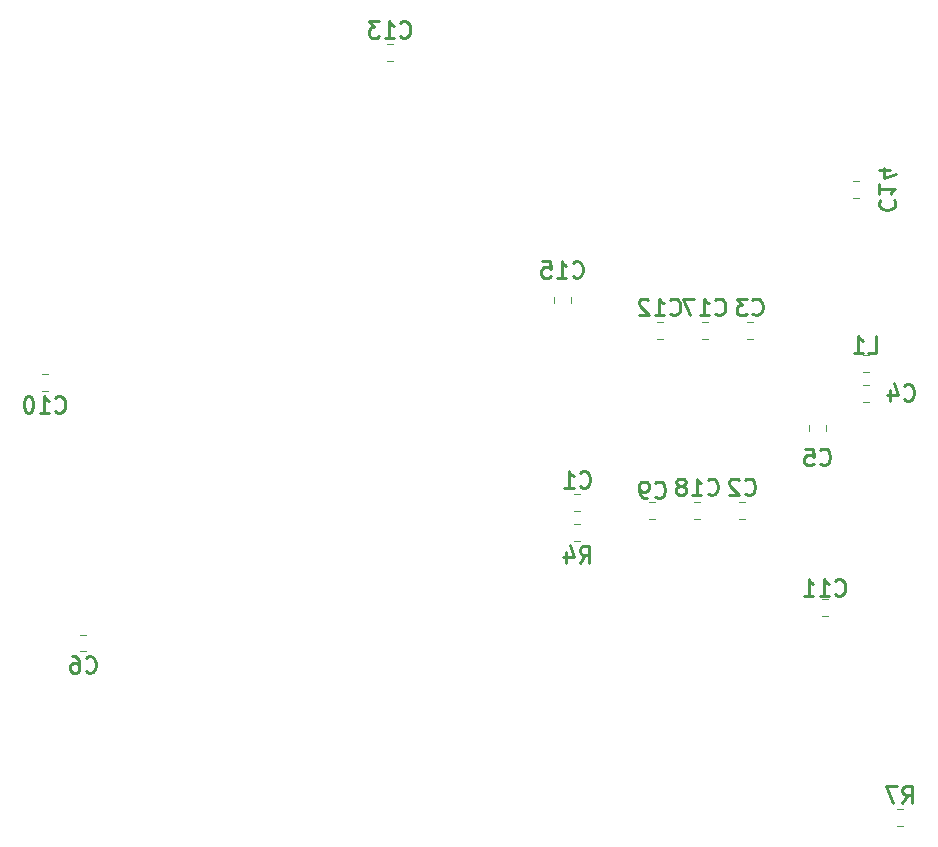
<source format=gbr>
G04 #@! TF.GenerationSoftware,KiCad,Pcbnew,(5.0.2)-1*
G04 #@! TF.CreationDate,2019-09-21T20:53:57-04:00*
G04 #@! TF.ProjectId,Z80_CPU,5a38305f-4350-4552-9e6b-696361645f70,rev?*
G04 #@! TF.SameCoordinates,Original*
G04 #@! TF.FileFunction,Legend,Bot*
G04 #@! TF.FilePolarity,Positive*
%FSLAX46Y46*%
G04 Gerber Fmt 4.6, Leading zero omitted, Abs format (unit mm)*
G04 Created by KiCad (PCBNEW (5.0.2)-1) date 9/21/2019 8:53:57 PM*
%MOMM*%
%LPD*%
G01*
G04 APERTURE LIST*
%ADD10C,0.120000*%
%ADD11C,0.254000*%
G04 APERTURE END LIST*
D10*
G04 #@! TO.C,C1*
X58158748Y-53415000D02*
X58681252Y-53415000D01*
X58158748Y-51995000D02*
X58681252Y-51995000D01*
G04 #@! TO.C,C2*
X72128748Y-54050000D02*
X72651252Y-54050000D01*
X72128748Y-52630000D02*
X72651252Y-52630000D01*
G04 #@! TO.C,C3*
X72763748Y-38810000D02*
X73286252Y-38810000D01*
X72763748Y-37390000D02*
X73286252Y-37390000D01*
G04 #@! TO.C,C4*
X82592893Y-42754729D02*
X83115397Y-42754729D01*
X82592893Y-44174729D02*
X83115397Y-44174729D01*
G04 #@! TO.C,C5*
X79450000Y-46093748D02*
X79450000Y-46616252D01*
X78030000Y-46093748D02*
X78030000Y-46616252D01*
G04 #@! TO.C,C6*
X16843752Y-63869500D02*
X16321248Y-63869500D01*
X16843752Y-65289500D02*
X16321248Y-65289500D01*
G04 #@! TO.C,C9*
X65031252Y-54050000D02*
X64508748Y-54050000D01*
X65031252Y-52630000D02*
X64508748Y-52630000D01*
G04 #@! TO.C,C10*
X13596252Y-41835000D02*
X13073748Y-41835000D01*
X13596252Y-43255000D02*
X13073748Y-43255000D01*
G04 #@! TO.C,C11*
X79636252Y-62305000D02*
X79113748Y-62305000D01*
X79636252Y-60885000D02*
X79113748Y-60885000D01*
G04 #@! TO.C,C12*
X65666252Y-37390000D02*
X65143748Y-37390000D01*
X65666252Y-38810000D02*
X65143748Y-38810000D01*
G04 #@! TO.C,C13*
X42283748Y-13895000D02*
X42806252Y-13895000D01*
X42283748Y-15315000D02*
X42806252Y-15315000D01*
G04 #@! TO.C,C14*
X81789748Y-26872000D02*
X82312252Y-26872000D01*
X81789748Y-25452000D02*
X82312252Y-25452000D01*
G04 #@! TO.C,C15*
X57860000Y-35298748D02*
X57860000Y-35821252D01*
X56440000Y-35298748D02*
X56440000Y-35821252D01*
G04 #@! TO.C,C17*
X68953748Y-37390000D02*
X69476252Y-37390000D01*
X68953748Y-38810000D02*
X69476252Y-38810000D01*
G04 #@! TO.C,C18*
X68318748Y-54050000D02*
X68841252Y-54050000D01*
X68318748Y-52630000D02*
X68841252Y-52630000D01*
G04 #@! TO.C,L1*
X82592893Y-41634729D02*
X83115397Y-41634729D01*
X82592893Y-40214729D02*
X83115397Y-40214729D01*
G04 #@! TO.C,R4*
X58681252Y-55955000D02*
X58158748Y-55955000D01*
X58681252Y-54535000D02*
X58158748Y-54535000D01*
G04 #@! TO.C,R7*
X85986252Y-80085000D02*
X85463748Y-80085000D01*
X85986252Y-78665000D02*
X85463748Y-78665000D01*
G04 #@! TO.C,C1*
D11*
X58652833Y-51298928D02*
X58719357Y-51365452D01*
X58918928Y-51431976D01*
X59051976Y-51431976D01*
X59251547Y-51365452D01*
X59384595Y-51232404D01*
X59451119Y-51099357D01*
X59517642Y-50833261D01*
X59517642Y-50633690D01*
X59451119Y-50367595D01*
X59384595Y-50234547D01*
X59251547Y-50101500D01*
X59051976Y-50034976D01*
X58918928Y-50034976D01*
X58719357Y-50101500D01*
X58652833Y-50168023D01*
X57322357Y-51431976D02*
X58120642Y-51431976D01*
X57721500Y-51431976D02*
X57721500Y-50034976D01*
X57854547Y-50234547D01*
X57987595Y-50367595D01*
X58120642Y-50434119D01*
G04 #@! TO.C,C2*
X72622833Y-51933928D02*
X72689357Y-52000452D01*
X72888928Y-52066976D01*
X73021976Y-52066976D01*
X73221547Y-52000452D01*
X73354595Y-51867404D01*
X73421119Y-51734357D01*
X73487642Y-51468261D01*
X73487642Y-51268690D01*
X73421119Y-51002595D01*
X73354595Y-50869547D01*
X73221547Y-50736500D01*
X73021976Y-50669976D01*
X72888928Y-50669976D01*
X72689357Y-50736500D01*
X72622833Y-50803023D01*
X72090642Y-50803023D02*
X72024119Y-50736500D01*
X71891071Y-50669976D01*
X71558452Y-50669976D01*
X71425404Y-50736500D01*
X71358880Y-50803023D01*
X71292357Y-50936071D01*
X71292357Y-51069119D01*
X71358880Y-51268690D01*
X72157166Y-52066976D01*
X71292357Y-52066976D01*
G04 #@! TO.C,C3*
X73257833Y-36693928D02*
X73324357Y-36760452D01*
X73523928Y-36826976D01*
X73656976Y-36826976D01*
X73856547Y-36760452D01*
X73989595Y-36627404D01*
X74056119Y-36494357D01*
X74122642Y-36228261D01*
X74122642Y-36028690D01*
X74056119Y-35762595D01*
X73989595Y-35629547D01*
X73856547Y-35496500D01*
X73656976Y-35429976D01*
X73523928Y-35429976D01*
X73324357Y-35496500D01*
X73257833Y-35563023D01*
X72792166Y-35429976D02*
X71927357Y-35429976D01*
X72393023Y-35962166D01*
X72193452Y-35962166D01*
X72060404Y-36028690D01*
X71993880Y-36095214D01*
X71927357Y-36228261D01*
X71927357Y-36560880D01*
X71993880Y-36693928D01*
X72060404Y-36760452D01*
X72193452Y-36826976D01*
X72592595Y-36826976D01*
X72725642Y-36760452D01*
X72792166Y-36693928D01*
G04 #@! TO.C,C4*
X86084833Y-43932928D02*
X86151357Y-43999452D01*
X86350928Y-44065976D01*
X86483976Y-44065976D01*
X86683547Y-43999452D01*
X86816595Y-43866404D01*
X86883119Y-43733357D01*
X86949642Y-43467261D01*
X86949642Y-43267690D01*
X86883119Y-43001595D01*
X86816595Y-42868547D01*
X86683547Y-42735500D01*
X86483976Y-42668976D01*
X86350928Y-42668976D01*
X86151357Y-42735500D01*
X86084833Y-42802023D01*
X84887404Y-43134642D02*
X84887404Y-44065976D01*
X85220023Y-42602452D02*
X85552642Y-43600309D01*
X84687833Y-43600309D01*
G04 #@! TO.C,C5*
X78972833Y-49393928D02*
X79039357Y-49460452D01*
X79238928Y-49526976D01*
X79371976Y-49526976D01*
X79571547Y-49460452D01*
X79704595Y-49327404D01*
X79771119Y-49194357D01*
X79837642Y-48928261D01*
X79837642Y-48728690D01*
X79771119Y-48462595D01*
X79704595Y-48329547D01*
X79571547Y-48196500D01*
X79371976Y-48129976D01*
X79238928Y-48129976D01*
X79039357Y-48196500D01*
X78972833Y-48263023D01*
X77708880Y-48129976D02*
X78374119Y-48129976D01*
X78440642Y-48795214D01*
X78374119Y-48728690D01*
X78241071Y-48662166D01*
X77908452Y-48662166D01*
X77775404Y-48728690D01*
X77708880Y-48795214D01*
X77642357Y-48928261D01*
X77642357Y-49260880D01*
X77708880Y-49393928D01*
X77775404Y-49460452D01*
X77908452Y-49526976D01*
X78241071Y-49526976D01*
X78374119Y-49460452D01*
X78440642Y-49393928D01*
G04 #@! TO.C,C6*
X16815333Y-66983428D02*
X16881857Y-67049952D01*
X17081428Y-67116476D01*
X17214476Y-67116476D01*
X17414047Y-67049952D01*
X17547095Y-66916904D01*
X17613619Y-66783857D01*
X17680142Y-66517761D01*
X17680142Y-66318190D01*
X17613619Y-66052095D01*
X17547095Y-65919047D01*
X17414047Y-65786000D01*
X17214476Y-65719476D01*
X17081428Y-65719476D01*
X16881857Y-65786000D01*
X16815333Y-65852523D01*
X15617904Y-65719476D02*
X15884000Y-65719476D01*
X16017047Y-65786000D01*
X16083571Y-65852523D01*
X16216619Y-66052095D01*
X16283142Y-66318190D01*
X16283142Y-66850380D01*
X16216619Y-66983428D01*
X16150095Y-67049952D01*
X16017047Y-67116476D01*
X15750952Y-67116476D01*
X15617904Y-67049952D01*
X15551380Y-66983428D01*
X15484857Y-66850380D01*
X15484857Y-66517761D01*
X15551380Y-66384714D01*
X15617904Y-66318190D01*
X15750952Y-66251666D01*
X16017047Y-66251666D01*
X16150095Y-66318190D01*
X16216619Y-66384714D01*
X16283142Y-66517761D01*
G04 #@! TO.C,C9*
X65002833Y-52188928D02*
X65069357Y-52255452D01*
X65268928Y-52321976D01*
X65401976Y-52321976D01*
X65601547Y-52255452D01*
X65734595Y-52122404D01*
X65801119Y-51989357D01*
X65867642Y-51723261D01*
X65867642Y-51523690D01*
X65801119Y-51257595D01*
X65734595Y-51124547D01*
X65601547Y-50991500D01*
X65401976Y-50924976D01*
X65268928Y-50924976D01*
X65069357Y-50991500D01*
X65002833Y-51058023D01*
X64337595Y-52321976D02*
X64071500Y-52321976D01*
X63938452Y-52255452D01*
X63871928Y-52188928D01*
X63738880Y-51989357D01*
X63672357Y-51723261D01*
X63672357Y-51191071D01*
X63738880Y-51058023D01*
X63805404Y-50991500D01*
X63938452Y-50924976D01*
X64204547Y-50924976D01*
X64337595Y-50991500D01*
X64404119Y-51058023D01*
X64470642Y-51191071D01*
X64470642Y-51523690D01*
X64404119Y-51656738D01*
X64337595Y-51723261D01*
X64204547Y-51789785D01*
X63938452Y-51789785D01*
X63805404Y-51723261D01*
X63738880Y-51656738D01*
X63672357Y-51523690D01*
G04 #@! TO.C,C10*
X14233071Y-44948928D02*
X14299595Y-45015452D01*
X14499166Y-45081976D01*
X14632214Y-45081976D01*
X14831785Y-45015452D01*
X14964833Y-44882404D01*
X15031357Y-44749357D01*
X15097880Y-44483261D01*
X15097880Y-44283690D01*
X15031357Y-44017595D01*
X14964833Y-43884547D01*
X14831785Y-43751500D01*
X14632214Y-43684976D01*
X14499166Y-43684976D01*
X14299595Y-43751500D01*
X14233071Y-43818023D01*
X12902595Y-45081976D02*
X13700880Y-45081976D01*
X13301738Y-45081976D02*
X13301738Y-43684976D01*
X13434785Y-43884547D01*
X13567833Y-44017595D01*
X13700880Y-44084119D01*
X12037785Y-43684976D02*
X11904738Y-43684976D01*
X11771690Y-43751500D01*
X11705166Y-43818023D01*
X11638642Y-43951071D01*
X11572119Y-44217166D01*
X11572119Y-44549785D01*
X11638642Y-44815880D01*
X11705166Y-44948928D01*
X11771690Y-45015452D01*
X11904738Y-45081976D01*
X12037785Y-45081976D01*
X12170833Y-45015452D01*
X12237357Y-44948928D01*
X12303880Y-44815880D01*
X12370404Y-44549785D01*
X12370404Y-44217166D01*
X12303880Y-43951071D01*
X12237357Y-43818023D01*
X12170833Y-43751500D01*
X12037785Y-43684976D01*
G04 #@! TO.C,C11*
X80273071Y-60443928D02*
X80339595Y-60510452D01*
X80539166Y-60576976D01*
X80672214Y-60576976D01*
X80871785Y-60510452D01*
X81004833Y-60377404D01*
X81071357Y-60244357D01*
X81137880Y-59978261D01*
X81137880Y-59778690D01*
X81071357Y-59512595D01*
X81004833Y-59379547D01*
X80871785Y-59246500D01*
X80672214Y-59179976D01*
X80539166Y-59179976D01*
X80339595Y-59246500D01*
X80273071Y-59313023D01*
X78942595Y-60576976D02*
X79740880Y-60576976D01*
X79341738Y-60576976D02*
X79341738Y-59179976D01*
X79474785Y-59379547D01*
X79607833Y-59512595D01*
X79740880Y-59579119D01*
X77612119Y-60576976D02*
X78410404Y-60576976D01*
X78011261Y-60576976D02*
X78011261Y-59179976D01*
X78144309Y-59379547D01*
X78277357Y-59512595D01*
X78410404Y-59579119D01*
G04 #@! TO.C,C12*
X66303071Y-36693928D02*
X66369595Y-36760452D01*
X66569166Y-36826976D01*
X66702214Y-36826976D01*
X66901785Y-36760452D01*
X67034833Y-36627404D01*
X67101357Y-36494357D01*
X67167880Y-36228261D01*
X67167880Y-36028690D01*
X67101357Y-35762595D01*
X67034833Y-35629547D01*
X66901785Y-35496500D01*
X66702214Y-35429976D01*
X66569166Y-35429976D01*
X66369595Y-35496500D01*
X66303071Y-35563023D01*
X64972595Y-36826976D02*
X65770880Y-36826976D01*
X65371738Y-36826976D02*
X65371738Y-35429976D01*
X65504785Y-35629547D01*
X65637833Y-35762595D01*
X65770880Y-35829119D01*
X64440404Y-35563023D02*
X64373880Y-35496500D01*
X64240833Y-35429976D01*
X63908214Y-35429976D01*
X63775166Y-35496500D01*
X63708642Y-35563023D01*
X63642119Y-35696071D01*
X63642119Y-35829119D01*
X63708642Y-36028690D01*
X64506928Y-36826976D01*
X63642119Y-36826976D01*
G04 #@! TO.C,C13*
X43443071Y-13198928D02*
X43509595Y-13265452D01*
X43709166Y-13331976D01*
X43842214Y-13331976D01*
X44041785Y-13265452D01*
X44174833Y-13132404D01*
X44241357Y-12999357D01*
X44307880Y-12733261D01*
X44307880Y-12533690D01*
X44241357Y-12267595D01*
X44174833Y-12134547D01*
X44041785Y-12001500D01*
X43842214Y-11934976D01*
X43709166Y-11934976D01*
X43509595Y-12001500D01*
X43443071Y-12068023D01*
X42112595Y-13331976D02*
X42910880Y-13331976D01*
X42511738Y-13331976D02*
X42511738Y-11934976D01*
X42644785Y-12134547D01*
X42777833Y-12267595D01*
X42910880Y-12334119D01*
X41646928Y-11934976D02*
X40782119Y-11934976D01*
X41247785Y-12467166D01*
X41048214Y-12467166D01*
X40915166Y-12533690D01*
X40848642Y-12600214D01*
X40782119Y-12733261D01*
X40782119Y-13065880D01*
X40848642Y-13198928D01*
X40915166Y-13265452D01*
X41048214Y-13331976D01*
X41447357Y-13331976D01*
X41580404Y-13265452D01*
X41646928Y-13198928D01*
G04 #@! TO.C,C14*
X84092071Y-27060071D02*
X84025547Y-27126595D01*
X83959023Y-27326166D01*
X83959023Y-27459214D01*
X84025547Y-27658785D01*
X84158595Y-27791833D01*
X84291642Y-27858357D01*
X84557738Y-27924880D01*
X84757309Y-27924880D01*
X85023404Y-27858357D01*
X85156452Y-27791833D01*
X85289500Y-27658785D01*
X85356023Y-27459214D01*
X85356023Y-27326166D01*
X85289500Y-27126595D01*
X85222976Y-27060071D01*
X83959023Y-25729595D02*
X83959023Y-26527880D01*
X83959023Y-26128738D02*
X85356023Y-26128738D01*
X85156452Y-26261785D01*
X85023404Y-26394833D01*
X84956880Y-26527880D01*
X84890357Y-24532166D02*
X83959023Y-24532166D01*
X85422547Y-24864785D02*
X84424690Y-25197404D01*
X84424690Y-24332595D01*
G04 #@! TO.C,C15*
X58048071Y-33518928D02*
X58114595Y-33585452D01*
X58314166Y-33651976D01*
X58447214Y-33651976D01*
X58646785Y-33585452D01*
X58779833Y-33452404D01*
X58846357Y-33319357D01*
X58912880Y-33053261D01*
X58912880Y-32853690D01*
X58846357Y-32587595D01*
X58779833Y-32454547D01*
X58646785Y-32321500D01*
X58447214Y-32254976D01*
X58314166Y-32254976D01*
X58114595Y-32321500D01*
X58048071Y-32388023D01*
X56717595Y-33651976D02*
X57515880Y-33651976D01*
X57116738Y-33651976D02*
X57116738Y-32254976D01*
X57249785Y-32454547D01*
X57382833Y-32587595D01*
X57515880Y-32654119D01*
X55453642Y-32254976D02*
X56118880Y-32254976D01*
X56185404Y-32920214D01*
X56118880Y-32853690D01*
X55985833Y-32787166D01*
X55653214Y-32787166D01*
X55520166Y-32853690D01*
X55453642Y-32920214D01*
X55387119Y-33053261D01*
X55387119Y-33385880D01*
X55453642Y-33518928D01*
X55520166Y-33585452D01*
X55653214Y-33651976D01*
X55985833Y-33651976D01*
X56118880Y-33585452D01*
X56185404Y-33518928D01*
G04 #@! TO.C,C17*
X70113071Y-36693928D02*
X70179595Y-36760452D01*
X70379166Y-36826976D01*
X70512214Y-36826976D01*
X70711785Y-36760452D01*
X70844833Y-36627404D01*
X70911357Y-36494357D01*
X70977880Y-36228261D01*
X70977880Y-36028690D01*
X70911357Y-35762595D01*
X70844833Y-35629547D01*
X70711785Y-35496500D01*
X70512214Y-35429976D01*
X70379166Y-35429976D01*
X70179595Y-35496500D01*
X70113071Y-35563023D01*
X68782595Y-36826976D02*
X69580880Y-36826976D01*
X69181738Y-36826976D02*
X69181738Y-35429976D01*
X69314785Y-35629547D01*
X69447833Y-35762595D01*
X69580880Y-35829119D01*
X68316928Y-35429976D02*
X67385595Y-35429976D01*
X67984309Y-36826976D01*
G04 #@! TO.C,C18*
X69478071Y-51933928D02*
X69544595Y-52000452D01*
X69744166Y-52066976D01*
X69877214Y-52066976D01*
X70076785Y-52000452D01*
X70209833Y-51867404D01*
X70276357Y-51734357D01*
X70342880Y-51468261D01*
X70342880Y-51268690D01*
X70276357Y-51002595D01*
X70209833Y-50869547D01*
X70076785Y-50736500D01*
X69877214Y-50669976D01*
X69744166Y-50669976D01*
X69544595Y-50736500D01*
X69478071Y-50803023D01*
X68147595Y-52066976D02*
X68945880Y-52066976D01*
X68546738Y-52066976D02*
X68546738Y-50669976D01*
X68679785Y-50869547D01*
X68812833Y-51002595D01*
X68945880Y-51069119D01*
X67349309Y-51268690D02*
X67482357Y-51202166D01*
X67548880Y-51135642D01*
X67615404Y-51002595D01*
X67615404Y-50936071D01*
X67548880Y-50803023D01*
X67482357Y-50736500D01*
X67349309Y-50669976D01*
X67083214Y-50669976D01*
X66950166Y-50736500D01*
X66883642Y-50803023D01*
X66817119Y-50936071D01*
X66817119Y-51002595D01*
X66883642Y-51135642D01*
X66950166Y-51202166D01*
X67083214Y-51268690D01*
X67349309Y-51268690D01*
X67482357Y-51335214D01*
X67548880Y-51401738D01*
X67615404Y-51534785D01*
X67615404Y-51800880D01*
X67548880Y-51933928D01*
X67482357Y-52000452D01*
X67349309Y-52066976D01*
X67083214Y-52066976D01*
X66950166Y-52000452D01*
X66883642Y-51933928D01*
X66817119Y-51800880D01*
X66817119Y-51534785D01*
X66883642Y-51401738D01*
X66950166Y-51335214D01*
X67083214Y-51268690D01*
G04 #@! TO.C,L1*
X83036833Y-40001976D02*
X83702071Y-40001976D01*
X83702071Y-38604976D01*
X81839404Y-40001976D02*
X82637690Y-40001976D01*
X82238547Y-40001976D02*
X82238547Y-38604976D01*
X82371595Y-38804547D01*
X82504642Y-38937595D01*
X82637690Y-39004119D01*
G04 #@! TO.C,R4*
X58652833Y-57781976D02*
X59118500Y-57116738D01*
X59451119Y-57781976D02*
X59451119Y-56384976D01*
X58918928Y-56384976D01*
X58785880Y-56451500D01*
X58719357Y-56518023D01*
X58652833Y-56651071D01*
X58652833Y-56850642D01*
X58719357Y-56983690D01*
X58785880Y-57050214D01*
X58918928Y-57116738D01*
X59451119Y-57116738D01*
X57455404Y-56850642D02*
X57455404Y-57781976D01*
X57788023Y-56318452D02*
X58120642Y-57316309D01*
X57255833Y-57316309D01*
G04 #@! TO.C,R7*
X85957833Y-78101976D02*
X86423500Y-77436738D01*
X86756119Y-78101976D02*
X86756119Y-76704976D01*
X86223928Y-76704976D01*
X86090880Y-76771500D01*
X86024357Y-76838023D01*
X85957833Y-76971071D01*
X85957833Y-77170642D01*
X86024357Y-77303690D01*
X86090880Y-77370214D01*
X86223928Y-77436738D01*
X86756119Y-77436738D01*
X85492166Y-76704976D02*
X84560833Y-76704976D01*
X85159547Y-78101976D01*
G04 #@! TD*
M02*

</source>
